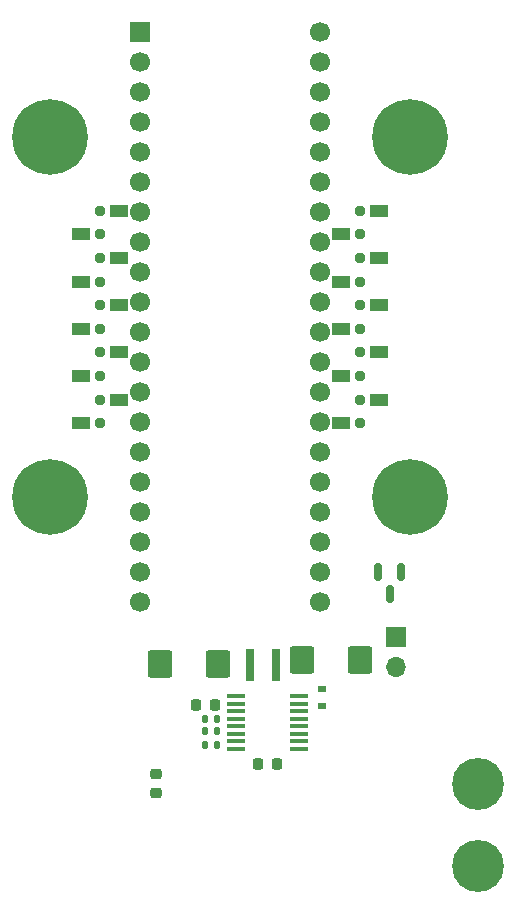
<source format=gbr>
%TF.GenerationSoftware,KiCad,Pcbnew,(6.0.4)*%
%TF.CreationDate,2022-08-11T15:59:35+02:00*%
%TF.ProjectId,STM32_DJI_Gimbal,53544d33-325f-4444-9a49-5f47696d6261,rev?*%
%TF.SameCoordinates,Original*%
%TF.FileFunction,Soldermask,Top*%
%TF.FilePolarity,Negative*%
%FSLAX46Y46*%
G04 Gerber Fmt 4.6, Leading zero omitted, Abs format (unit mm)*
G04 Created by KiCad (PCBNEW (6.0.4)) date 2022-08-11 15:59:35*
%MOMM*%
%LPD*%
G01*
G04 APERTURE LIST*
G04 Aperture macros list*
%AMRoundRect*
0 Rectangle with rounded corners*
0 $1 Rounding radius*
0 $2 $3 $4 $5 $6 $7 $8 $9 X,Y pos of 4 corners*
0 Add a 4 corners polygon primitive as box body*
4,1,4,$2,$3,$4,$5,$6,$7,$8,$9,$2,$3,0*
0 Add four circle primitives for the rounded corners*
1,1,$1+$1,$2,$3*
1,1,$1+$1,$4,$5*
1,1,$1+$1,$6,$7*
1,1,$1+$1,$8,$9*
0 Add four rect primitives between the rounded corners*
20,1,$1+$1,$2,$3,$4,$5,0*
20,1,$1+$1,$4,$5,$6,$7,0*
20,1,$1+$1,$6,$7,$8,$9,0*
20,1,$1+$1,$8,$9,$2,$3,0*%
G04 Aperture macros list end*
%ADD10R,1.600000X0.410000*%
%ADD11RoundRect,0.135000X0.135000X0.185000X-0.135000X0.185000X-0.135000X-0.185000X0.135000X-0.185000X0*%
%ADD12RoundRect,0.135000X-0.135000X-0.185000X0.135000X-0.185000X0.135000X0.185000X-0.135000X0.185000X0*%
%ADD13R,0.800000X2.700000*%
%ADD14R,0.700000X0.600000*%
%ADD15RoundRect,0.225000X0.250000X-0.225000X0.250000X0.225000X-0.250000X0.225000X-0.250000X-0.225000X0*%
%ADD16RoundRect,0.250000X-0.787500X-0.925000X0.787500X-0.925000X0.787500X0.925000X-0.787500X0.925000X0*%
%ADD17RoundRect,0.250000X0.787500X0.925000X-0.787500X0.925000X-0.787500X-0.925000X0.787500X-0.925000X0*%
%ADD18RoundRect,0.225000X-0.225000X-0.250000X0.225000X-0.250000X0.225000X0.250000X-0.225000X0.250000X0*%
%ADD19RoundRect,0.225000X0.225000X0.250000X-0.225000X0.250000X-0.225000X-0.250000X0.225000X-0.250000X0*%
%ADD20R,1.700000X1.700000*%
%ADD21O,1.700000X1.700000*%
%ADD22C,0.800000*%
%ADD23C,6.400000*%
%ADD24C,0.700000*%
%ADD25C,4.400000*%
%ADD26C,1.700000*%
%ADD27R,1.500000X1.000000*%
%ADD28C,0.950000*%
%ADD29RoundRect,0.150000X-0.150000X0.587500X-0.150000X-0.587500X0.150000X-0.587500X0.150000X0.587500X0*%
G04 APERTURE END LIST*
D10*
%TO.C,U2*%
X155808600Y-132115000D03*
X155808600Y-132750000D03*
X155808600Y-133385000D03*
X155808600Y-134020000D03*
X155808600Y-134655000D03*
X155808600Y-135290000D03*
X155808600Y-135925000D03*
X155808600Y-136560000D03*
X150500000Y-136560000D03*
X150500000Y-135925000D03*
X150500000Y-135290000D03*
X150500000Y-134655000D03*
X150500000Y-134020000D03*
X150500000Y-133385000D03*
X150500000Y-132750000D03*
X150500000Y-132115000D03*
%TD*%
D11*
%TO.C,R3*%
X148914300Y-134000000D03*
X147894300Y-134000000D03*
%TD*%
D12*
%TO.C,R2*%
X147894300Y-135087500D03*
X148914300Y-135087500D03*
%TD*%
%TO.C,R1*%
X148846000Y-136250000D03*
X147826000Y-136250000D03*
%TD*%
D13*
%TO.C,L1*%
X151650000Y-129500000D03*
X153850000Y-129500000D03*
%TD*%
D14*
%TO.C,D1*%
X157800000Y-132900000D03*
X157800000Y-131500000D03*
%TD*%
D15*
%TO.C,C5*%
X143750000Y-140275000D03*
X143750000Y-138725000D03*
%TD*%
D16*
%TO.C,C4*%
X160962500Y-129000000D03*
X156037500Y-129000000D03*
%TD*%
D17*
%TO.C,C3*%
X148962500Y-129337500D03*
X144037500Y-129337500D03*
%TD*%
D18*
%TO.C,C2*%
X152379300Y-137837500D03*
X153929300Y-137837500D03*
%TD*%
D19*
%TO.C,C1*%
X148679300Y-132837500D03*
X147129300Y-132837500D03*
%TD*%
D20*
%TO.C,J2*%
X164000000Y-127125000D03*
D21*
X164000000Y-129665000D03*
%TD*%
D22*
%TO.C,H6*%
X165250000Y-82350000D03*
X166947056Y-86447056D03*
X166947056Y-83052944D03*
X167650000Y-84750000D03*
D23*
X165250000Y-84750000D03*
D22*
X165250000Y-87150000D03*
X163552944Y-83052944D03*
X163552944Y-86447056D03*
X162850000Y-84750000D03*
%TD*%
%TO.C,H5*%
X165250000Y-112850000D03*
X166947056Y-116947056D03*
X166947056Y-113552944D03*
X167650000Y-115250000D03*
D23*
X165250000Y-115250000D03*
D22*
X165250000Y-117650000D03*
X163552944Y-113552944D03*
X163552944Y-116947056D03*
X162850000Y-115250000D03*
%TD*%
D24*
%TO.C,H4*%
X172166726Y-147666726D03*
X171000000Y-144850000D03*
X169833274Y-145333274D03*
X169350000Y-146500000D03*
X172166726Y-145333274D03*
X169833274Y-147666726D03*
X171000000Y-148150000D03*
D25*
X171000000Y-146500000D03*
D24*
X172650000Y-146500000D03*
%TD*%
%TO.C,H3*%
X172166726Y-140666726D03*
X171000000Y-137850000D03*
X169833274Y-138333274D03*
X169350000Y-139500000D03*
X172166726Y-138333274D03*
X169833274Y-140666726D03*
X171000000Y-141150000D03*
D25*
X171000000Y-139500000D03*
D24*
X172650000Y-139500000D03*
%TD*%
D22*
%TO.C,H2*%
X134750000Y-112850000D03*
X136447056Y-116947056D03*
X136447056Y-113552944D03*
X137150000Y-115250000D03*
D23*
X134750000Y-115250000D03*
D22*
X134750000Y-117650000D03*
X133052944Y-113552944D03*
X133052944Y-116947056D03*
X132350000Y-115250000D03*
%TD*%
%TO.C,H1*%
X134750000Y-82350000D03*
X136447056Y-86447056D03*
X136447056Y-83052944D03*
X137150000Y-84750000D03*
D23*
X134750000Y-84750000D03*
D22*
X134750000Y-87150000D03*
X133052944Y-83052944D03*
X133052944Y-86447056D03*
X132350000Y-84750000D03*
%TD*%
D20*
%TO.C,U1*%
X142380000Y-75870000D03*
D26*
X142380000Y-78410000D03*
X142380000Y-80950000D03*
X142380000Y-83490000D03*
X142380000Y-86030000D03*
X142380000Y-88570000D03*
X142380000Y-91110000D03*
X142380000Y-93650000D03*
X142380000Y-96190000D03*
X142380000Y-98730000D03*
X142380000Y-101270000D03*
X142380000Y-103810000D03*
X142380000Y-106350000D03*
X142380000Y-108890000D03*
X142380000Y-111430000D03*
X142380000Y-113970000D03*
X142380000Y-116510000D03*
X142380000Y-119050000D03*
X142380000Y-121590000D03*
X142380000Y-124130000D03*
X157620000Y-124130000D03*
X157620000Y-121590000D03*
X157620000Y-119050000D03*
X157620000Y-116510000D03*
X157620000Y-113970000D03*
X157620000Y-111430000D03*
X157620000Y-108890000D03*
X157620000Y-106350000D03*
X157620000Y-103810000D03*
X157620000Y-101270000D03*
X157620000Y-98730000D03*
X157620000Y-96190000D03*
X157620000Y-93650000D03*
X157620000Y-91110000D03*
X157620000Y-88570000D03*
X157620000Y-86030000D03*
X157620000Y-83490000D03*
X157620000Y-80950000D03*
X157620000Y-78410000D03*
X157620000Y-75870000D03*
%TD*%
D27*
%TO.C,P2*%
X162600000Y-91000000D03*
D28*
X161000000Y-91000000D03*
X161000000Y-93000000D03*
D27*
X159400000Y-93000000D03*
X162600000Y-95000000D03*
D28*
X161000000Y-95000000D03*
X161000000Y-97000000D03*
D27*
X159400000Y-97000000D03*
X162600000Y-99000000D03*
D28*
X161000000Y-99000000D03*
X161000000Y-101000000D03*
D27*
X159400000Y-101000000D03*
D28*
X161000000Y-103000000D03*
D27*
X162600000Y-103000000D03*
D28*
X161000000Y-105000000D03*
D27*
X159400000Y-105000000D03*
D28*
X161000000Y-107000000D03*
D27*
X162600000Y-107000000D03*
X159400000Y-109000000D03*
D28*
X161000000Y-109000000D03*
%TD*%
D27*
%TO.C,P1*%
X137400000Y-109000000D03*
D28*
X139000000Y-109000000D03*
D27*
X140600000Y-107000000D03*
D28*
X139000000Y-107000000D03*
D27*
X137400000Y-105000000D03*
D28*
X139000000Y-105000000D03*
X139000000Y-103000000D03*
D27*
X140600000Y-103000000D03*
D28*
X139000000Y-101000000D03*
D27*
X137400000Y-101000000D03*
D28*
X139000000Y-99000000D03*
D27*
X140600000Y-99000000D03*
X137400000Y-97000000D03*
D28*
X139000000Y-97000000D03*
X139000000Y-95000000D03*
D27*
X140600000Y-95000000D03*
D28*
X139000000Y-93000000D03*
D27*
X137400000Y-93000000D03*
D28*
X139000000Y-91000000D03*
D27*
X140600000Y-91000000D03*
%TD*%
D29*
%TO.C,IC1*%
X164450000Y-121562500D03*
X162550000Y-121562500D03*
X163500000Y-123437500D03*
%TD*%
M02*

</source>
